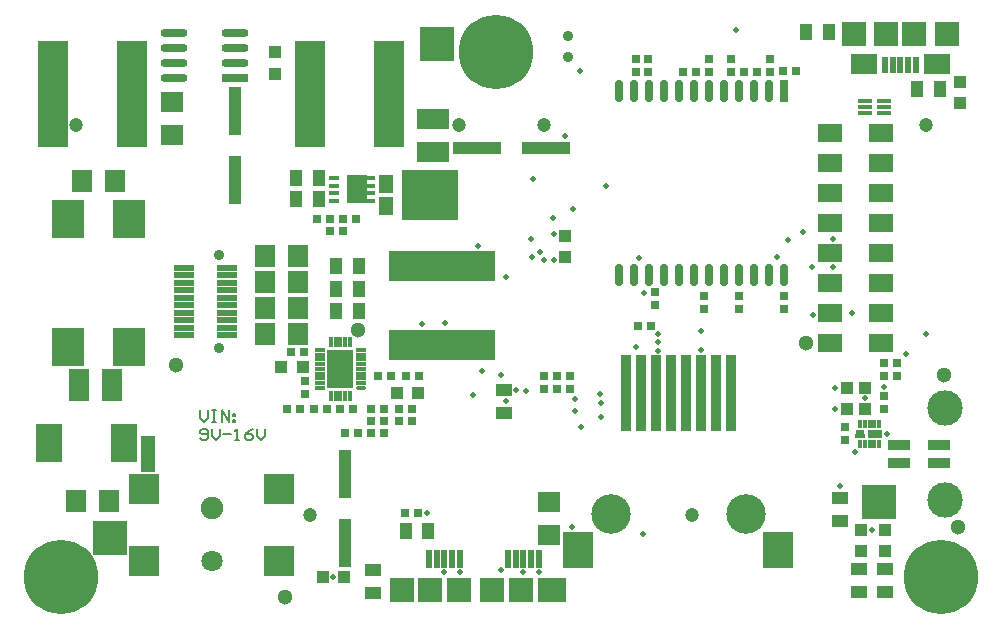
<source format=gts>
G04 Layer_Color=8388736*
%FSLAX44Y44*%
%MOMM*%
G71*
G01*
G75*
%ADD63C,0.2000*%
%ADD70C,1.2000*%
%ADD76C,1.8000*%
%ADD131R,2.1000X2.1000*%
%ADD132R,3.0000X3.0000*%
%ADD133R,1.2700X3.0740*%
%ADD134R,1.4000X1.1000*%
%ADD135R,1.1000X1.0000*%
%ADD136R,0.7000X0.7000*%
%ADD137R,1.1000X1.4000*%
%ADD138R,2.2000X1.7000*%
%ADD139R,0.5000X1.4500*%
%ADD140R,2.1000X1.6200*%
%ADD141R,2.5000X2.5000*%
%ADD142R,0.8600X6.4500*%
%ADD143R,2.6400X3.0400*%
%ADD144R,2.3000X3.3000*%
%ADD145R,1.7000X1.9000*%
%ADD146R,1.2500X1.5500*%
%ADD147R,4.7500X4.2500*%
%ADD148R,1.9000X1.7000*%
%ADD149R,1.7000X2.8000*%
%ADD150R,0.7000X0.7000*%
%ADD151R,2.8000X3.3000*%
%ADD152R,2.5000X9.0000*%
%ADD153R,2.3000X0.7000*%
%ADD154O,2.3000X0.7000*%
%ADD155R,1.9000X0.9000*%
%ADD156R,2.2000X3.2000*%
%ADD157R,0.3000X0.9000*%
%ADD158R,0.9000X0.3000*%
%ADD159O,0.9000X0.3000*%
%ADD160R,1.0000X1.1000*%
%ADD161R,1.1000X4.1000*%
%ADD162R,3.0000X3.0000*%
%ADD163R,1.2600X0.4000*%
G04:AMPARAMS|DCode=164|XSize=1.26mm|YSize=0.4mm|CornerRadius=0.125mm|HoleSize=0mm|Usage=FLASHONLY|Rotation=0.000|XOffset=0mm|YOffset=0mm|HoleType=Round|Shape=RoundedRectangle|*
%AMROUNDEDRECTD164*
21,1,1.2600,0.1500,0,0,0.0*
21,1,1.0100,0.4000,0,0,0.0*
1,1,0.2500,0.5050,-0.0750*
1,1,0.2500,-0.5050,-0.0750*
1,1,0.2500,-0.5050,0.0750*
1,1,0.2500,0.5050,0.0750*
%
%ADD164ROUNDEDRECTD164*%
%ADD165R,9.0000X2.5000*%
%ADD166R,1.7000X0.5000*%
%ADD167R,1.7000X0.5000*%
%ADD168R,0.7000X1.9000*%
%ADD169O,0.7000X1.9000*%
%ADD170R,4.1000X1.1000*%
%ADD171R,2.8000X1.7000*%
%ADD172R,1.8100X2.3900*%
%ADD173R,1.4000X0.4400*%
%ADD174R,0.9000X0.4400*%
%ADD175R,2.4000X2.0000*%
%ADD176R,0.5000X1.5000*%
%ADD177R,2.0000X2.0000*%
%ADD178R,0.3500X0.7400*%
%ADD179R,0.7400X0.3500*%
%ADD180R,0.8400X0.3500*%
%ADD181R,1.2000X0.8000*%
%ADD182C,1.3000*%
%ADD183C,0.9000*%
%ADD184C,6.3000*%
%ADD185C,3.0000*%
%ADD186C,1.9000*%
%ADD187C,3.3500*%
%ADD188C,0.5000*%
D63*
X145005Y167895D02*
Y161230D01*
X148337Y157898D01*
X151669Y161230D01*
Y167895D01*
X155002D02*
X158334D01*
X156668D01*
Y157898D01*
X155002D01*
X158334D01*
X163332D02*
Y167895D01*
X169997Y157898D01*
Y167895D01*
X173329Y164563D02*
X174995D01*
Y162896D01*
X173329D01*
Y164563D01*
Y159564D02*
X174995D01*
Y157898D01*
X173329D01*
Y159564D01*
X145009Y144168D02*
X146675Y142502D01*
X150007D01*
X151673Y144168D01*
Y150832D01*
X150007Y152498D01*
X146675D01*
X145009Y150832D01*
Y149166D01*
X146675Y147500D01*
X151673D01*
X155006Y152498D02*
Y145834D01*
X158338Y142502D01*
X161670Y145834D01*
Y152498D01*
X165002Y147500D02*
X171667D01*
X174999Y142502D02*
X178331D01*
X176665D01*
Y152498D01*
X174999Y150832D01*
X189994Y152498D02*
X186662Y150832D01*
X183330Y147500D01*
Y144168D01*
X184996Y142502D01*
X188328D01*
X189994Y144168D01*
Y145834D01*
X188328Y147500D01*
X183330D01*
X193327Y152498D02*
Y145834D01*
X196659Y142502D01*
X199991Y145834D01*
Y152498D01*
D70*
X436000Y409500D02*
D03*
X760000D02*
D03*
X40000D02*
D03*
X364000D02*
D03*
X238000Y79500D02*
D03*
X562000D02*
D03*
D76*
X155000Y40000D02*
D03*
D131*
X777500Y486750D02*
D03*
X750000Y486749D02*
D03*
X698500D02*
D03*
X726000Y486750D02*
D03*
D132*
X69002Y60000D02*
D03*
X719997Y90000D02*
D03*
D133*
X101000Y130999D02*
D03*
D134*
X402500Y185000D02*
D03*
Y166000D02*
D03*
X703000Y14500D02*
D03*
Y33500D02*
D03*
X725000Y14500D02*
D03*
Y33500D02*
D03*
X687000Y74500D02*
D03*
Y93500D02*
D03*
X292000Y13500D02*
D03*
Y32500D02*
D03*
D135*
X705000Y67000D02*
D03*
Y49000D02*
D03*
X725000Y67000D02*
D03*
Y49000D02*
D03*
X693000Y187000D02*
D03*
Y169000D02*
D03*
X789000Y446000D02*
D03*
Y428000D02*
D03*
X209000Y471000D02*
D03*
Y453000D02*
D03*
X708000Y187000D02*
D03*
Y169000D02*
D03*
X453999Y315499D02*
D03*
Y297499D02*
D03*
D136*
X691000Y153500D02*
D03*
Y142500D02*
D03*
X724000Y180500D02*
D03*
Y169500D02*
D03*
X514000Y465500D02*
D03*
Y454500D02*
D03*
X572000Y253500D02*
D03*
Y264500D02*
D03*
X530500Y257000D02*
D03*
Y268000D02*
D03*
X639500Y253500D02*
D03*
Y264500D02*
D03*
X601500Y253500D02*
D03*
Y264500D02*
D03*
X594500Y465500D02*
D03*
Y454500D02*
D03*
X628000Y465500D02*
D03*
Y454500D02*
D03*
X524500Y465500D02*
D03*
Y454500D02*
D03*
X576500D02*
D03*
Y465500D02*
D03*
X234000Y181500D02*
D03*
Y192500D02*
D03*
D137*
X279500Y290000D02*
D03*
X260500D02*
D03*
X279500Y271000D02*
D03*
X260500D02*
D03*
X279500Y252000D02*
D03*
X260500D02*
D03*
X752500Y440000D02*
D03*
X771500D02*
D03*
X245500Y347000D02*
D03*
X226500D02*
D03*
X245500Y365000D02*
D03*
X226500D02*
D03*
X658500Y488000D02*
D03*
X677500D02*
D03*
X338500Y66000D02*
D03*
X319500D02*
D03*
D138*
X707000Y461250D02*
D03*
X769000Y461250D02*
D03*
D139*
X751000Y460000D02*
D03*
X731500D02*
D03*
X725000D02*
D03*
X738000D02*
D03*
X744500D02*
D03*
D140*
X678700Y225100D02*
D03*
Y250500D02*
D03*
Y275900D02*
D03*
Y301300D02*
D03*
Y326700D02*
D03*
Y352100D02*
D03*
Y377500D02*
D03*
Y402900D02*
D03*
X721300D02*
D03*
Y377500D02*
D03*
Y352100D02*
D03*
Y326700D02*
D03*
Y301300D02*
D03*
Y275900D02*
D03*
Y250500D02*
D03*
Y225100D02*
D03*
D141*
X98000Y40000D02*
D03*
X212000Y101000D02*
D03*
Y40000D02*
D03*
X98000Y101000D02*
D03*
D142*
X581750Y182250D02*
D03*
X594450D02*
D03*
X543650D02*
D03*
X556350D02*
D03*
X530950D02*
D03*
X569050D02*
D03*
X518250D02*
D03*
X505550D02*
D03*
D143*
X465350Y49500D02*
D03*
X634650D02*
D03*
D144*
X81000Y140000D02*
D03*
X17000D02*
D03*
D145*
X40000Y91000D02*
D03*
X68000D02*
D03*
X73000Y362000D02*
D03*
X45000D02*
D03*
X200000Y255000D02*
D03*
X228000D02*
D03*
X200000Y233000D02*
D03*
X228000D02*
D03*
X200000Y299000D02*
D03*
X228000D02*
D03*
X200000Y277000D02*
D03*
X228000D02*
D03*
D146*
X302500Y359199D02*
D03*
Y340801D02*
D03*
D147*
X340000Y350000D02*
D03*
D148*
X121000Y401000D02*
D03*
Y429000D02*
D03*
X441000Y62000D02*
D03*
Y90000D02*
D03*
D149*
X71000Y189000D02*
D03*
X43000D02*
D03*
D150*
X319500Y197000D02*
D03*
X330500D02*
D03*
X724000Y208000D02*
D03*
X735000D02*
D03*
X724000Y197000D02*
D03*
X735000D02*
D03*
X274500Y169000D02*
D03*
X263500D02*
D03*
X218500D02*
D03*
X229500D02*
D03*
X289500Y159000D02*
D03*
X300500D02*
D03*
X289500Y149000D02*
D03*
X300500D02*
D03*
X278500D02*
D03*
X267500D02*
D03*
X241500Y169000D02*
D03*
X252500D02*
D03*
X222500Y217000D02*
D03*
X233500D02*
D03*
X295500Y197000D02*
D03*
X306500D02*
D03*
X554000Y454500D02*
D03*
X565000D02*
D03*
X605500D02*
D03*
X616500D02*
D03*
X650000Y455000D02*
D03*
X639000D02*
D03*
X318500Y81000D02*
D03*
X329500D02*
D03*
X266500Y319500D02*
D03*
X255500D02*
D03*
X277500Y330000D02*
D03*
X266500D02*
D03*
X255500D02*
D03*
X244500D02*
D03*
X300500Y169000D02*
D03*
X289500D02*
D03*
X313500Y159000D02*
D03*
X324500D02*
D03*
Y169000D02*
D03*
X313500D02*
D03*
X458000Y186000D02*
D03*
X447000D02*
D03*
X458000Y197000D02*
D03*
X447000D02*
D03*
X436000Y186000D02*
D03*
X447000D02*
D03*
X436000Y197000D02*
D03*
X447000D02*
D03*
X516000Y239500D02*
D03*
X527000D02*
D03*
D151*
X85000Y222000D02*
D03*
X33000D02*
D03*
Y330000D02*
D03*
X85000D02*
D03*
D152*
X87500Y436000D02*
D03*
X20500D02*
D03*
X238500D02*
D03*
X305500D02*
D03*
D153*
X175000Y448950D02*
D03*
D154*
Y461650D02*
D03*
Y474350D02*
D03*
Y487050D02*
D03*
X123000Y448950D02*
D03*
Y461650D02*
D03*
Y474350D02*
D03*
Y487050D02*
D03*
D155*
X771000Y138500D02*
D03*
X737000D02*
D03*
X771000Y123500D02*
D03*
X737000D02*
D03*
D156*
X264000Y203000D02*
D03*
D157*
X268000Y225500D02*
D03*
X272000Y180500D02*
D03*
X268000D02*
D03*
X264000D02*
D03*
X260000D02*
D03*
X256000D02*
D03*
Y225500D02*
D03*
X260000D02*
D03*
X264000D02*
D03*
X272000D02*
D03*
D158*
X246500Y187000D02*
D03*
Y191000D02*
D03*
Y195000D02*
D03*
Y199000D02*
D03*
Y203000D02*
D03*
Y207000D02*
D03*
Y211000D02*
D03*
Y215000D02*
D03*
Y219000D02*
D03*
X281500D02*
D03*
Y215000D02*
D03*
Y211000D02*
D03*
Y207000D02*
D03*
Y203000D02*
D03*
Y199000D02*
D03*
Y195000D02*
D03*
Y191000D02*
D03*
D159*
Y187000D02*
D03*
D160*
X312000Y183000D02*
D03*
X330000D02*
D03*
X232000Y205000D02*
D03*
X214000D02*
D03*
X267000Y27000D02*
D03*
X249000D02*
D03*
D161*
X175000Y363000D02*
D03*
Y421000D02*
D03*
X268000Y114000D02*
D03*
Y56000D02*
D03*
D162*
X346000Y478000D02*
D03*
D163*
X708500Y419500D02*
D03*
X724500D02*
D03*
Y424500D02*
D03*
Y429500D02*
D03*
X708500Y424500D02*
D03*
D164*
Y429500D02*
D03*
D165*
X350000Y223500D02*
D03*
Y290500D02*
D03*
D166*
X168000Y231425D02*
D03*
X132000D02*
D03*
Y237775D02*
D03*
X168000D02*
D03*
X132000Y244125D02*
D03*
X168000D02*
D03*
X132000Y250475D02*
D03*
X168000D02*
D03*
X132000Y256825D02*
D03*
X168000D02*
D03*
D167*
X132000Y263175D02*
D03*
X168000D02*
D03*
X132000Y269525D02*
D03*
X168000D02*
D03*
X132000Y275875D02*
D03*
X168000D02*
D03*
X132000Y282225D02*
D03*
X168000D02*
D03*
X132000Y288575D02*
D03*
X168000D02*
D03*
D168*
X639350Y438150D02*
D03*
D169*
X626650D02*
D03*
X613950D02*
D03*
X601250D02*
D03*
X588550D02*
D03*
X575850D02*
D03*
X563150D02*
D03*
X550450D02*
D03*
X537750D02*
D03*
X525050D02*
D03*
X512350D02*
D03*
X499650D02*
D03*
Y282850D02*
D03*
X512350D02*
D03*
X525050D02*
D03*
X537750D02*
D03*
X550450D02*
D03*
X563150D02*
D03*
X575850D02*
D03*
X588550D02*
D03*
X601250D02*
D03*
X613950D02*
D03*
X626650D02*
D03*
X639350D02*
D03*
D170*
X380000Y390000D02*
D03*
X438000D02*
D03*
D171*
X342000Y387000D02*
D03*
Y415000D02*
D03*
D172*
X277950Y355000D02*
D03*
D173*
X286500Y364750D02*
D03*
Y358250D02*
D03*
Y351750D02*
D03*
Y345250D02*
D03*
D174*
X259000D02*
D03*
Y351750D02*
D03*
Y358250D02*
D03*
Y364750D02*
D03*
D175*
X443000Y15500D02*
D03*
D176*
X339000Y42500D02*
D03*
X345500D02*
D03*
X352000D02*
D03*
X358500D02*
D03*
X365000D02*
D03*
X406000D02*
D03*
X412500D02*
D03*
X419000D02*
D03*
X425500D02*
D03*
X432000D02*
D03*
D177*
X417000Y15500D02*
D03*
X392000D02*
D03*
X364000D02*
D03*
X340000D02*
D03*
X316000D02*
D03*
D178*
X712000Y156400D02*
D03*
X716000D02*
D03*
X708000D02*
D03*
X704000D02*
D03*
Y139600D02*
D03*
X708000D02*
D03*
X712000D02*
D03*
X716000D02*
D03*
X720000D02*
D03*
Y156400D02*
D03*
D179*
X703700Y150000D02*
D03*
D180*
X704200Y146000D02*
D03*
D181*
X717000Y148000D02*
D03*
D182*
X658000Y225000D02*
D03*
X125000Y206000D02*
D03*
X775000Y198000D02*
D03*
X217000Y10000D02*
D03*
X787000Y69000D02*
D03*
X279000Y236000D02*
D03*
D183*
X457000Y485000D02*
D03*
Y467000D02*
D03*
X161000Y299250D02*
D03*
Y220750D02*
D03*
D184*
X27500Y27000D02*
D03*
X772500D02*
D03*
X395500Y471000D02*
D03*
D185*
X776000Y92150D02*
D03*
Y169850D02*
D03*
D186*
X155000Y85000D02*
D03*
D187*
X492850Y80000D02*
D03*
X607150D02*
D03*
D188*
X333500Y241000D02*
D03*
X352499Y241500D02*
D03*
X413000Y185000D02*
D03*
X516499Y296999D02*
D03*
X521000Y267000D02*
D03*
X404499Y280999D02*
D03*
X380500Y307500D02*
D03*
X425499Y312999D02*
D03*
X444499Y316999D02*
D03*
X443999Y330999D02*
D03*
X432749Y301856D02*
D03*
X444499Y294999D02*
D03*
X436500Y295000D02*
D03*
X403999Y175500D02*
D03*
X421000Y184000D02*
D03*
X697500Y250500D02*
D03*
X663999Y249000D02*
D03*
X663110Y289050D02*
D03*
X655999Y318999D02*
D03*
X680999Y312999D02*
D03*
X642999Y311999D02*
D03*
X714500Y67000D02*
D03*
X599000Y490000D02*
D03*
X467000Y455000D02*
D03*
X727000Y148000D02*
D03*
X461000Y338000D02*
D03*
X427000Y364000D02*
D03*
X453999Y399999D02*
D03*
X488750Y357750D02*
D03*
X687000Y104000D02*
D03*
X680890Y289050D02*
D03*
X425999Y297999D02*
D03*
X683000Y187000D02*
D03*
Y169000D02*
D03*
X708000Y178000D02*
D03*
X723999Y188000D02*
D03*
X700000Y133000D02*
D03*
X743000Y216000D02*
D03*
X759500Y232500D02*
D03*
X633999Y297999D02*
D03*
X400000Y33000D02*
D03*
X459999Y69000D02*
D03*
X418999Y31000D02*
D03*
X431999D02*
D03*
X520000Y63000D02*
D03*
X513999Y222000D02*
D03*
X532500Y232500D02*
D03*
Y225500D02*
D03*
Y218500D02*
D03*
X484500Y162000D02*
D03*
Y174000D02*
D03*
X484000Y182000D02*
D03*
X375999Y181000D02*
D03*
X569050Y218950D02*
D03*
Y234950D02*
D03*
X257500Y27000D02*
D03*
X337500Y81000D02*
D03*
X352000Y31000D02*
D03*
X364999Y31500D02*
D03*
X400000Y198000D02*
D03*
X383500Y201500D02*
D03*
X467499Y153500D02*
D03*
X463000Y167000D02*
D03*
X462999Y177749D02*
D03*
M02*

</source>
